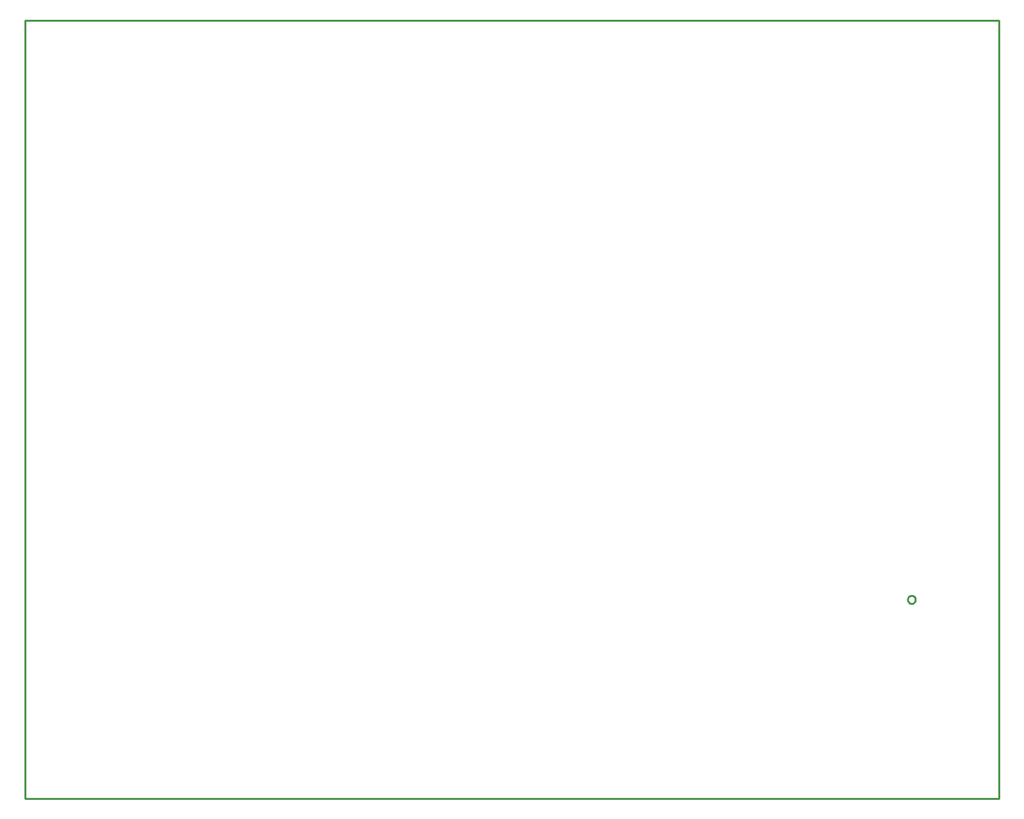
<source format=gbr>
G04 EAGLE Gerber RS-274X export*
G75*
%MOMM*%
%FSLAX34Y34*%
%LPD*%
%IN*%
%IPPOS*%
%AMOC8*
5,1,8,0,0,1.08239X$1,22.5*%
G01*
%ADD10C,0.254000*%


D10*
X0Y0D02*
X1250000Y0D01*
X1250000Y1000000D01*
X0Y1000000D01*
X0Y0D01*
X1138186Y260750D02*
X1138756Y260686D01*
X1139314Y260558D01*
X1139855Y260369D01*
X1140371Y260121D01*
X1140856Y259816D01*
X1141304Y259459D01*
X1141709Y259054D01*
X1142066Y258606D01*
X1142371Y258121D01*
X1142619Y257605D01*
X1142808Y257064D01*
X1142936Y256506D01*
X1143000Y255936D01*
X1143000Y255364D01*
X1142936Y254794D01*
X1142808Y254236D01*
X1142619Y253695D01*
X1142371Y253179D01*
X1142066Y252694D01*
X1141709Y252246D01*
X1141304Y251841D01*
X1140856Y251484D01*
X1140371Y251179D01*
X1139855Y250931D01*
X1139314Y250742D01*
X1138756Y250614D01*
X1138186Y250550D01*
X1137614Y250550D01*
X1137044Y250614D01*
X1136486Y250742D01*
X1135945Y250931D01*
X1135429Y251179D01*
X1134944Y251484D01*
X1134496Y251841D01*
X1134091Y252246D01*
X1133734Y252694D01*
X1133429Y253179D01*
X1133181Y253695D01*
X1132992Y254236D01*
X1132864Y254794D01*
X1132800Y255364D01*
X1132800Y255936D01*
X1132864Y256506D01*
X1132992Y257064D01*
X1133181Y257605D01*
X1133429Y258121D01*
X1133734Y258606D01*
X1134091Y259054D01*
X1134496Y259459D01*
X1134944Y259816D01*
X1135429Y260121D01*
X1135945Y260369D01*
X1136486Y260558D01*
X1137044Y260686D01*
X1137614Y260750D01*
X1138186Y260750D01*
M02*

</source>
